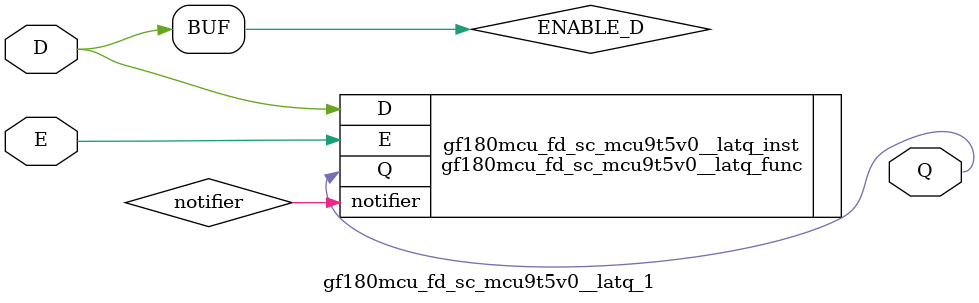
<source format=v>

`ifndef GF180MCU_FD_SC_MCU9T5V0__LATQ_1_V
`define GF180MCU_FD_SC_MCU9T5V0__LATQ_1_V

`include gf180mcu_fd_sc_mcu9t5v0__latq.v

`ifdef USE_POWER_PINS
module gf180mcu_fd_sc_mcu9t5v0__latq_1( E, D, Q, VDD, VSS );
inout VDD, VSS;
`else // If not USE_POWER_PINS
module gf180mcu_fd_sc_mcu9t5v0__latq_1( E, D, Q );
`endif // If not USE_POWER_PINS
input D, E;
output Q;

`ifdef USE_POWER_PINS
  gf180mcu_fd_sc_mcu9t5v0__latq_func gf180mcu_fd_sc_mcu9t5v0__latq_inst(.E(E),.D(D),.Q(Q),.VDD(VDD),.VSS(VSS),.notifier(notifier));
`else // If not USE_POWER_PINS
  gf180mcu_fd_sc_mcu9t5v0__latq_func gf180mcu_fd_sc_mcu9t5v0__latq_inst(.E(E),.D(D),.Q(Q),.notifier(notifier));
`endif // If not USE_POWER_PINS

`ifndef FUNCTIONAL
	// spec_gates_begin


	not MGM_G0(ENABLE_NOT_D,D);


	buf MGM_G1(ENABLE_D,D);


	// spec_gates_end



   specify

	// specify_block_begin

	// comb arc D --> Q
	 (D => Q) = (1.0,1.0);

	// seq arc E --> Q
	(posedge E => (Q : D))  = (1.0,1.0);

	// hold D-HL E-HL
	$hold(negedge E,negedge D,1.0,notifier);

	// hold D-LH E-HL
	$hold(negedge E,posedge D,1.0,notifier);

	// setup D-HL E-HL
	$setup(negedge D,negedge E,1.0,notifier);

	// setup D-LH E-HL
	$setup(posedge D,negedge E,1.0,notifier);

	$width(posedge E &&& (ENABLE_NOT_D === 1'b1)
		,1.0,0,notifier);

	$width(posedge E &&& (ENABLE_D === 1'b1)
		,1.0,0,notifier);

	// mpw E_lh
	$width(posedge E,1.0,0,notifier);

	// specify_block_end

   endspecify

   `endif

endmodule
`endif // GF180MCU_FD_SC_MCU9T5V0__LATQ_1_V

</source>
